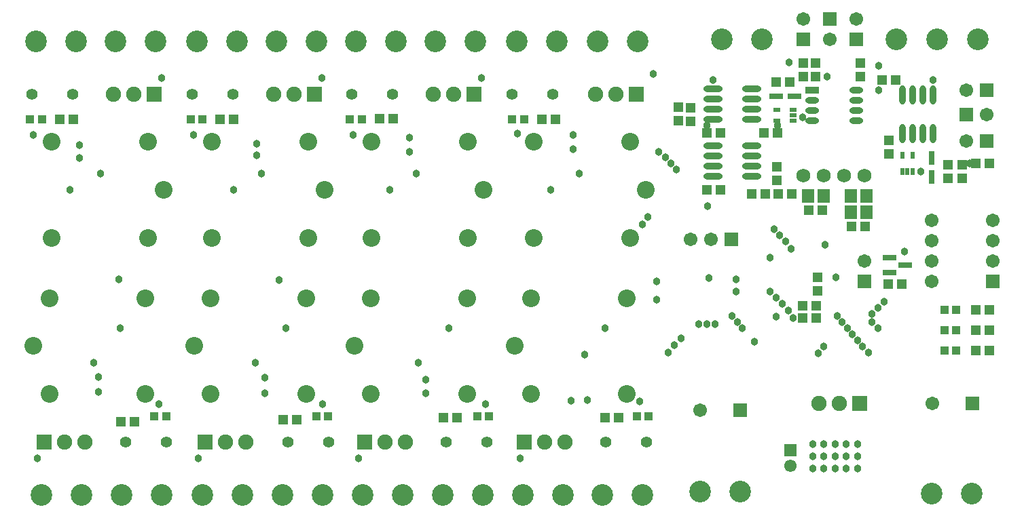
<source format=gts>
%FSDAX24Y24*%
%MOIN*%
%SFA1B1*%

%IPPOS*%
%ADD61O,0.031600X0.094600*%
%ADD62O,0.094600X0.031600*%
%ADD63R,0.067800X0.032000*%
%ADD64O,0.067800X0.032000*%
%ADD65R,0.035600X0.023700*%
%ADD66R,0.023700X0.035600*%
%ADD67R,0.067100X0.031600*%
%ADD68R,0.051300X0.047400*%
%ADD69R,0.047400X0.051300*%
%ADD70R,0.039500X0.039500*%
%ADD71R,0.029700X0.065100*%
%ADD72R,0.065100X0.029700*%
%ADD73R,0.059200X0.067100*%
%ADD74C,0.068000*%
%ADD75R,0.074900X0.074900*%
%ADD76C,0.074900*%
%ADD77C,0.067100*%
%ADD78R,0.067100X0.067100*%
%ADD79R,0.074900X0.074900*%
%ADD80C,0.106400*%
%ADD81R,0.067100X0.067100*%
%ADD82C,0.086700*%
%ADD83C,0.055200*%
%ADD84R,0.061100X0.061100*%
%ADD85C,0.061100*%
%ADD86C,0.038000*%
%LNde-010824-1*%
%LPD*%
G54D61*
X057150Y033145D03*
X056650D03*
X056150D03*
X055650D03*
X057150Y031255D03*
X056650D03*
X056150D03*
X055650D03*
G54D62*
X046355Y033450D03*
Y032950D03*
Y032450D03*
Y031950D03*
X048245Y033450D03*
Y032950D03*
Y032450D03*
Y031950D03*
X046355Y030650D03*
Y030150D03*
Y029650D03*
Y029150D03*
X048245Y030650D03*
Y030150D03*
Y029650D03*
Y029150D03*
G54D63*
X051235Y033400D03*
G54D64*
X051235Y032900D03*
Y032400D03*
Y031900D03*
X053400Y033400D03*
Y032900D03*
Y032400D03*
Y031900D03*
G54D65*
X050300Y031900D03*
Y032156D03*
Y032412D03*
X049493D03*
Y031900D03*
G54D66*
X055644Y029396D03*
X055900D03*
X056156D03*
Y030204D03*
X055644D03*
G54D67*
X055774Y024800D03*
X055026Y024426D03*
Y025174D03*
G54D68*
X014950Y031950D03*
X014281D03*
X041065Y017300D03*
X041735D03*
X022835Y031950D03*
X022165D03*
X033131Y017300D03*
X033800D03*
X030650Y031988D03*
X029981D03*
X025237Y017200D03*
X025906D03*
X038619Y031950D03*
X037950D03*
X017281Y017100D03*
X017950D03*
X049535Y031300D03*
X048865D03*
X049465Y033800D03*
X050135D03*
X059265Y029800D03*
X059935D03*
X055635Y023850D03*
X054965D03*
X050235Y028300D03*
X049565D03*
X048265D03*
X048935D03*
X059265Y022600D03*
X059935D03*
X059265Y021600D03*
X059935D03*
X059265Y020600D03*
X059935D03*
X055335Y033900D03*
X054665D03*
X046065Y031300D03*
X046735D03*
X053165Y026700D03*
X053835D03*
X051065Y027500D03*
X051735D03*
X051435Y022200D03*
X050765D03*
X051435Y022800D03*
X050765D03*
X046065Y028500D03*
X046735D03*
G54D69*
X055000Y030265D03*
Y030935D03*
X057900Y029735D03*
Y029065D03*
X044650Y031881D03*
Y032550D03*
X045250Y031865D03*
Y032535D03*
X049500Y029635D03*
Y028965D03*
X051500Y024200D03*
Y023531D03*
X058600Y029735D03*
Y029065D03*
X050800Y034735D03*
Y034065D03*
X053600Y034735D03*
Y034065D03*
X051400Y034735D03*
Y034065D03*
G54D70*
X013411Y031950D03*
X012820D03*
X042605Y017350D03*
X043195D03*
X021295Y031950D03*
X020705D03*
X034770Y017350D03*
X035361D03*
X029111Y031950D03*
X028520D03*
X026876Y017350D03*
X027467D03*
X037080Y031950D03*
X036489D03*
X018920Y017350D03*
X019511D03*
X058295Y022600D03*
X057705D03*
X058295Y021600D03*
X057705D03*
X058295Y020600D03*
X057705D03*
G54D71*
X057100Y030063D03*
Y029137D03*
G54D72*
X049437Y033100D03*
X050363D03*
G54D73*
X053126Y027400D03*
X053874D03*
X053126Y028200D03*
X053874D03*
X051026D03*
X051774D03*
G54D74*
X050800Y029200D03*
X051800D03*
X052800D03*
X053800D03*
G54D75*
X053550Y018000D03*
G54D76*
X052550Y018000D03*
X051550D03*
X017916Y033188D03*
X016916D03*
X038100Y016100D03*
X039100D03*
X025800Y033188D03*
X024800D03*
X030265Y016100D03*
X031265D03*
X033616Y033188D03*
X032616D03*
X022411Y016100D03*
X023412D03*
X041584Y033200D03*
X040584D03*
X014516Y016100D03*
X015516D03*
G54D77*
X057100Y027000D03*
Y026000D03*
Y025000D03*
Y024000D03*
X060100Y027000D03*
Y026000D03*
Y025000D03*
X052100Y035900D03*
X058800Y033400D03*
X050800Y036900D03*
X058800Y030900D03*
X053400Y036900D03*
X059800Y032200D03*
X053800Y025000D03*
X045250Y026050D03*
X046250D03*
X045716Y017650D03*
X057116Y018000D03*
G54D78*
X060100Y024000D03*
X059800Y033400D03*
Y030900D03*
X058800Y032200D03*
X047250Y026050D03*
X047684Y017650D03*
X059084Y018000D03*
G54D79*
X018916Y033188D03*
X037100Y016100D03*
X026800Y033188D03*
X029265Y016100D03*
X034616Y033188D03*
X021411Y016100D03*
X042584Y033200D03*
X013516Y016100D03*
G54D80*
X017032Y035800D03*
X019000D03*
X013132D03*
X015100D03*
X024916D03*
X026884D03*
X021016D03*
X022984D03*
X032731D03*
X034700D03*
X028832D03*
X030800D03*
X040700D03*
X042668D03*
X036716D03*
X038684D03*
X038984Y013500D03*
X037016D03*
X042884D03*
X040916D03*
X031134D03*
X029165D03*
X035065D03*
X033097D03*
X023250D03*
X021281D03*
X027200D03*
X025231D03*
X015346D03*
X013378D03*
X019300D03*
X017332D03*
X048763Y035900D03*
X046795D03*
X059350D03*
X057350D03*
X055350D03*
X057100Y013550D03*
X059068D03*
X045716Y013650D03*
X047684D03*
G54D81*
X052100Y036900D03*
X050800Y035900D03*
X053400D03*
X053800Y024000D03*
G54D82*
X029582Y030850D03*
Y026126D03*
X034306Y030850D03*
Y026126D03*
X035094Y028488D03*
X037550Y030850D03*
Y026126D03*
X042275Y030850D03*
Y026126D03*
X043062Y028488D03*
X013882Y030850D03*
Y026126D03*
X018606Y030850D03*
Y026126D03*
X019394Y028488D03*
X021766Y030850D03*
Y026126D03*
X026491Y030850D03*
Y026126D03*
X027278Y028488D03*
X042134Y018450D03*
Y023174D03*
X037409Y018450D03*
Y023174D03*
X036622Y020812D03*
X034277Y018450D03*
Y023174D03*
X029553Y018450D03*
Y023174D03*
X028765Y020812D03*
X026400Y018450D03*
Y023174D03*
X021675Y018450D03*
Y023174D03*
X020888Y020812D03*
X018496Y018450D03*
Y023174D03*
X013771Y018450D03*
Y023174D03*
X012984Y020812D03*
G54D83*
X014916Y033200D03*
X012916D03*
X041100Y016100D03*
X043100D03*
X022800Y033200D03*
X020800D03*
X033265Y016100D03*
X035265D03*
X030616Y033200D03*
X028616D03*
X025471Y016100D03*
X027471D03*
X038484Y033200D03*
X036484D03*
X017516Y016100D03*
X019516D03*
G54D84*
X050150Y015700D03*
G54D85*
X050150Y014913D03*
G54D86*
X056550Y029400D03*
X058950Y029800D03*
X023900Y020000D03*
X031900D03*
X040050Y020400D03*
X027200Y017950D03*
X035200D03*
X031800Y029300D03*
X039800D03*
X020850Y031200D03*
X015968Y020000D03*
X047500Y023500D03*
Y024100D03*
X049150Y025150D03*
X050200Y025600D03*
X049350Y026550D03*
X049633Y026250D03*
X049917Y025950D03*
X044150Y020500D03*
X044450Y020850D03*
X044800Y021200D03*
X043600Y024000D03*
Y023100D03*
X046450Y021900D03*
X046050D03*
X047800Y021700D03*
X047550Y022000D03*
X047300Y022300D03*
X045650Y021900D03*
X052700Y022000D03*
X052950Y021700D03*
X053200Y021400D03*
X053450Y021100D03*
X044550Y029500D03*
X044283Y029780D03*
X044017Y030100D03*
X043700Y030350D03*
X052400Y024200D03*
X052450Y022300D03*
X050300Y022200D03*
X049742Y022900D03*
X054750Y023000D03*
X054450Y022700D03*
X054150Y022400D03*
X050037Y022550D03*
X049150Y023500D03*
X049446Y023200D03*
Y022250D03*
X051530Y020470D03*
X051800Y020800D03*
X054000Y020500D03*
X053700Y020800D03*
X054450Y021700D03*
X054150Y022000D03*
X054500Y034600D03*
Y033400D03*
X050100Y034750D03*
X051950Y034050D03*
X057150Y033900D03*
X016300Y029288D03*
X015250Y030700D03*
X013000Y031200D03*
X015250Y030053D03*
X024200Y029288D03*
X036750Y031250D03*
X023950Y030750D03*
Y030200D03*
X031450Y030350D03*
Y031050D03*
X039500Y030500D03*
Y031200D03*
X043419Y034181D03*
X014800Y028500D03*
X022835D03*
X030500D03*
X038400D03*
X035000Y034000D03*
X027150D03*
X028700Y031200D03*
X019300Y034000D03*
X013200Y015300D03*
X016200Y019300D03*
X021100Y015300D03*
X024350Y019250D03*
X019150Y017950D03*
X016200Y018550D03*
X024350Y018500D03*
X032250D03*
X028950Y015300D03*
X040200Y018150D03*
X039373Y018127D03*
X042750Y018100D03*
X036900Y015300D03*
X051250Y014800D03*
X051800D03*
X052350D03*
X052900D03*
X053450D03*
Y015400D03*
X052900D03*
X052350D03*
X051800D03*
X051250D03*
X053450Y016000D03*
X052900D03*
X052350D03*
X051800D03*
X051250D03*
X048400Y021035D03*
X046165Y024150D03*
X055750Y025450D03*
X046100Y027700D03*
X046065Y031660D03*
X049535Y031665D03*
X046350Y033900D03*
X032250Y019150D03*
X017250Y021700D03*
X025400D03*
X033400D03*
X041050D03*
X051850Y025800D03*
X017200Y024100D03*
X042900Y026800D03*
X043150Y027150D03*
X025050Y024050D03*
X050750Y032050D03*
M02*
</source>
